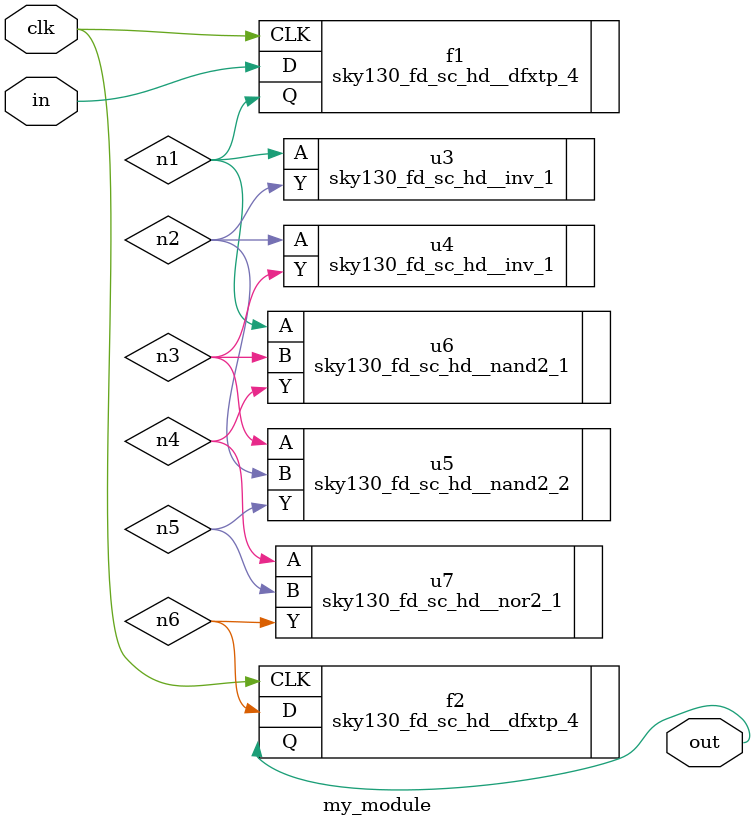
<source format=v>
module my_module (
in,
clk,
out
);

// primary inputs
input in;
input clk;

// primary outputs
output out;

// wires
wire n1;
wire n2;
wire n3;
wire n4;
wire n5;
wire n6;
wire in;
wire clk;
wire out;

// cells
sky130_fd_sc_hd__dfxtp_4 f1 (.D(in), .CLK(clk), .Q(n1));
sky130_fd_sc_hd__inv_1 u3 (.A(n1), .Y(n2));
sky130_fd_sc_hd__inv_1 u4 (.A(n2), .Y(n3));
sky130_fd_sc_hd__nand2_1 u6 ( .A(n1), .B(n3), .Y(n4));
sky130_fd_sc_hd__nand2_2 u5 ( .A(n3), .B(n2), .Y(n5));
sky130_fd_sc_hd__nor2_1 u7 ( .A(n4), .B(n5), .Y(n6));
sky130_fd_sc_hd__dfxtp_4 f2 ( .D(n6), .CLK(clk), .Q(out));

endmodule

</source>
